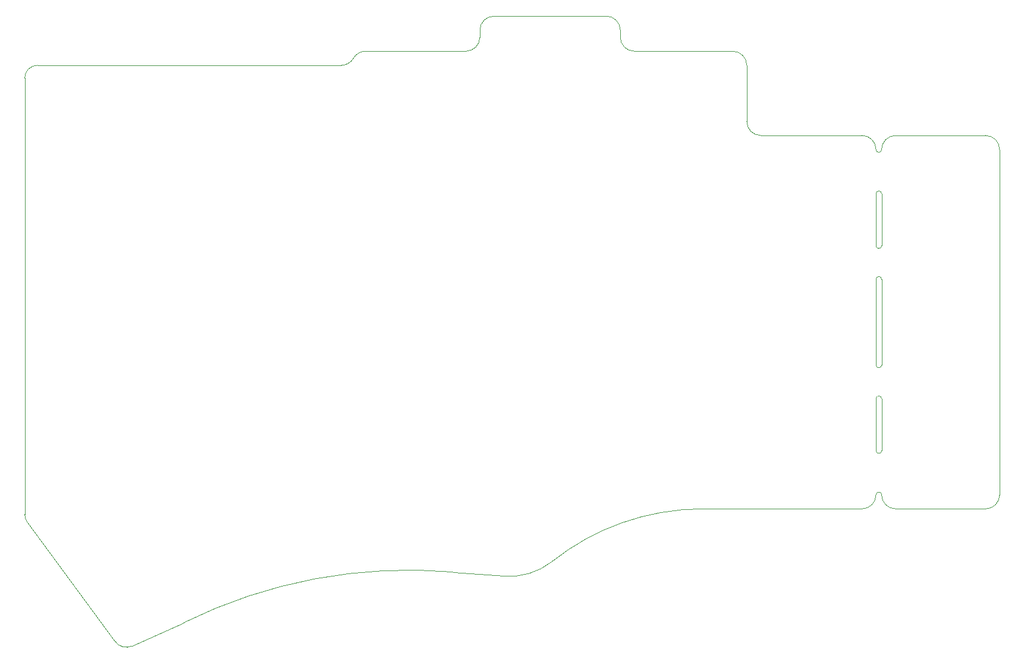
<source format=gm1>
%TF.GenerationSoftware,KiCad,Pcbnew,8.0.8*%
%TF.CreationDate,2025-05-22T15:11:42+02:00*%
%TF.ProjectId,keyboard_pcb,6b657962-6f61-4726-945f-7063622e6b69,rev1.0*%
%TF.SameCoordinates,Original*%
%TF.FileFunction,Profile,NP*%
%FSLAX46Y46*%
G04 Gerber Fmt 4.6, Leading zero omitted, Abs format (unit mm)*
G04 Created by KiCad (PCBNEW 8.0.8) date 2025-05-22 15:11:42*
%MOMM*%
%LPD*%
G01*
G04 APERTURE LIST*
%TA.AperFunction,Profile*%
%ADD10C,0.100000*%
%TD*%
G04 APERTURE END LIST*
D10*
X187640000Y-105300000D02*
X187640000Y-97900000D01*
X66440000Y-52200000D02*
G75*
G02*
X68240000Y-50400000I1800000J0D01*
G01*
X185640000Y-60400000D02*
X171240000Y-60400000D01*
X167240000Y-48400000D02*
G75*
G02*
X169240000Y-50400000I0J-2000000D01*
G01*
X162740000Y-113600000D02*
X185640000Y-113600000D01*
X66805956Y-115487896D02*
X79290001Y-132449999D01*
X141490000Y-121125000D02*
G75*
G02*
X134739998Y-123175025I-5985400J7570100D01*
G01*
X149240000Y-43400000D02*
G75*
G02*
X151240000Y-45400000I0J-2000000D01*
G01*
X188440000Y-62400000D02*
G75*
G02*
X190440000Y-60400000I2000000J0D01*
G01*
X111489998Y-50399998D02*
X68240000Y-50400000D01*
X151240000Y-46400000D02*
X151240000Y-45400000D01*
X188440000Y-62400000D02*
G75*
G02*
X187640000Y-62400000I-400000J0D01*
G01*
X131240000Y-45400000D02*
X131240000Y-46400000D01*
X187640000Y-76100000D02*
X187640000Y-68700000D01*
X188440000Y-93100000D02*
G75*
G02*
X187640000Y-93100000I-400000J0D01*
G01*
X187640000Y-111600000D02*
G75*
G02*
X188440000Y-111600000I400000J0D01*
G01*
X188440000Y-76100000D02*
G75*
G02*
X187640000Y-76100000I-400000J0D01*
G01*
X190440000Y-113600000D02*
G75*
G02*
X188440000Y-111600000I0J2000000D01*
G01*
X188440000Y-105300000D02*
X188440000Y-97900000D01*
X66805956Y-115487896D02*
G75*
G02*
X66440000Y-114400000I1434044J1087896D01*
G01*
X169240000Y-58400000D02*
X169240000Y-50400000D01*
X187640000Y-68700000D02*
G75*
G02*
X188440000Y-68700000I400000J0D01*
G01*
X203240000Y-60400000D02*
X190440000Y-60400000D01*
X190440000Y-113600000D02*
X203240000Y-113600000D01*
X131240000Y-45400000D02*
G75*
G02*
X133240000Y-43400000I2000000J0D01*
G01*
X153240000Y-48400000D02*
G75*
G02*
X151240000Y-46400000I0J2000000D01*
G01*
X205240000Y-111600000D02*
G75*
G02*
X203240000Y-113600000I-2000000J0D01*
G01*
X66440000Y-113200000D02*
X66440000Y-114400000D01*
X134740000Y-123175000D02*
X127440000Y-122600001D01*
X81726132Y-133121447D02*
X89110601Y-129800000D01*
X187640000Y-111600000D02*
G75*
G02*
X185640000Y-113600000I-2000000J0D01*
G01*
X131240000Y-46400000D02*
G75*
G02*
X129240000Y-48400000I-2000000J0D01*
G01*
X188440000Y-76100000D02*
X188440000Y-68700000D01*
X113240000Y-49400000D02*
G75*
G02*
X111489998Y-50399988I-1749900J1031100D01*
G01*
X205240000Y-111600000D02*
X205240000Y-62400000D01*
X187640000Y-97900000D02*
G75*
G02*
X188440000Y-97900000I400000J0D01*
G01*
X188440000Y-93100000D02*
X188440000Y-80900000D01*
X187640000Y-80900000D02*
G75*
G02*
X188440000Y-80900000I400000J0D01*
G01*
X149240000Y-43400000D02*
X133240000Y-43400000D01*
X203240000Y-60400000D02*
G75*
G02*
X205240000Y-62400000I0J-2000000D01*
G01*
X141490000Y-121125000D02*
G75*
G02*
X162740000Y-113599999I21522760J-27011900D01*
G01*
X167240000Y-48400000D02*
X153240000Y-48400000D01*
X113240000Y-49400000D02*
G75*
G02*
X114940000Y-48400000I1700000J-945000D01*
G01*
X187640000Y-93100000D02*
X187640000Y-80900000D01*
X66440000Y-52200000D02*
X66440000Y-113200000D01*
X188440000Y-105300000D02*
G75*
G02*
X187640000Y-105300000I-400000J0D01*
G01*
X171240000Y-60400000D02*
G75*
G02*
X169240000Y-58400000I0J2000000D01*
G01*
X185640000Y-60400000D02*
G75*
G02*
X187640000Y-62400000I0J-2000000D01*
G01*
X81726132Y-133121447D02*
G75*
G02*
X79290001Y-132449999I-836132J1721447D01*
G01*
X129240000Y-48400000D02*
X114940000Y-48400000D01*
X89110601Y-129800000D02*
G75*
G02*
X127440000Y-122600001I32005469J-64758200D01*
G01*
M02*

</source>
